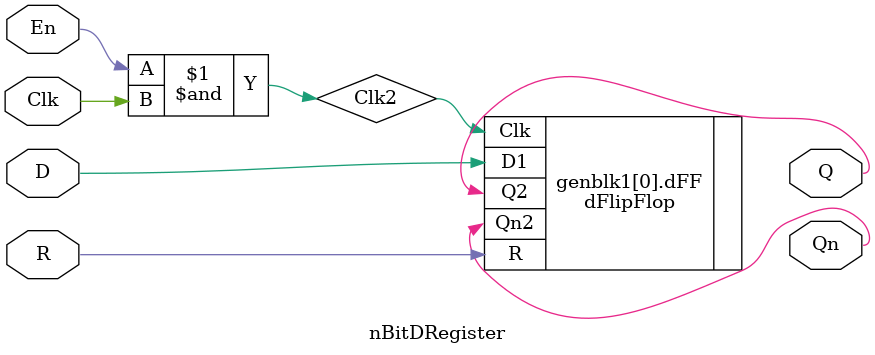
<source format=v>
`include "dFlipFlop.v"


module nBitDRegister #(parameter N=1) (En, D, Clk, R, Q, Qn);

	input En;
    input [N-1:0] D;
    input R, Clk;
    output [N-1:0] Q, Qn;
    
    wire [N-1:0] D;
    wire R, Clk;
    wire [N-1:0] Q, Qn;
	
	and (Clk2, En, Clk); //enables it
	
   genvar i;
   
   generate
    for (i = 0; i < N; i = i + 1) begin
        dFlipFlop dFF (
        .D1(D[i]),
        .Clk(Clk2),
        .R(R),
        .Q2(Q[i]),
        .Qn2(Qn[i])
    	);
    end
	
   endgenerate
	
endmodule

</source>
